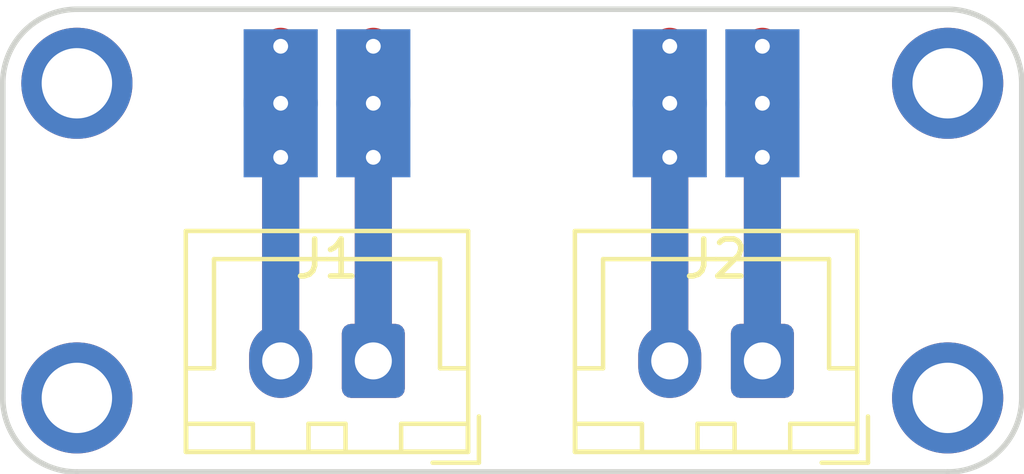
<source format=kicad_pcb>
(kicad_pcb (version 20171130) (host pcbnew 5.0.2+dfsg1-1)

  (general
    (thickness 1.6)
    (drawings 8)
    (tracks 24)
    (zones 0)
    (modules 10)
    (nets 5)
  )

  (page A4)
  (layers
    (0 F.Cu signal)
    (31 B.Cu signal)
    (32 B.Adhes user)
    (33 F.Adhes user)
    (34 B.Paste user)
    (35 F.Paste user)
    (36 B.SilkS user)
    (37 F.SilkS user)
    (38 B.Mask user)
    (39 F.Mask user)
    (40 Dwgs.User user)
    (41 Cmts.User user)
    (42 Eco1.User user)
    (43 Eco2.User user)
    (44 Edge.Cuts user)
    (45 Margin user)
    (46 B.CrtYd user)
    (47 F.CrtYd user)
    (48 B.Fab user)
    (49 F.Fab user)
  )

  (setup
    (last_trace_width 1)
    (trace_clearance 0.2)
    (zone_clearance 0.508)
    (zone_45_only no)
    (trace_min 0.2)
    (segment_width 0.2)
    (edge_width 0.15)
    (via_size 0.8)
    (via_drill 0.4)
    (via_min_size 0.4)
    (via_min_drill 0.3)
    (uvia_size 0.3)
    (uvia_drill 0.1)
    (uvias_allowed no)
    (uvia_min_size 0.2)
    (uvia_min_drill 0.1)
    (pcb_text_width 0.3)
    (pcb_text_size 1.5 1.5)
    (mod_edge_width 0.15)
    (mod_text_size 1 1)
    (mod_text_width 0.15)
    (pad_size 1.524 1.524)
    (pad_drill 0.762)
    (pad_to_mask_clearance 0.051)
    (solder_mask_min_width 0.25)
    (aux_axis_origin 0 0)
    (visible_elements FFFFFF7F)
    (pcbplotparams
      (layerselection 0x010fc_ffffffff)
      (usegerberextensions false)
      (usegerberattributes false)
      (usegerberadvancedattributes false)
      (creategerberjobfile false)
      (excludeedgelayer true)
      (linewidth 0.100000)
      (plotframeref false)
      (viasonmask false)
      (mode 1)
      (useauxorigin false)
      (hpglpennumber 1)
      (hpglpenspeed 20)
      (hpglpendiameter 15.000000)
      (psnegative false)
      (psa4output false)
      (plotreference true)
      (plotvalue true)
      (plotinvisibletext false)
      (padsonsilk false)
      (subtractmaskfromsilk false)
      (outputformat 1)
      (mirror false)
      (drillshape 1)
      (scaleselection 1)
      (outputdirectory ""))
  )

  (net 0 "")
  (net 1 "Net-(J1-Pad1)")
  (net 2 "Net-(J1-Pad2)")
  (net 3 "Net-(J2-Pad2)")
  (net 4 "Net-(J2-Pad1)")

  (net_class Default "This is the default net class."
    (clearance 0.2)
    (trace_width 1)
    (via_dia 0.8)
    (via_drill 0.4)
    (uvia_dia 0.3)
    (uvia_drill 0.1)
    (add_net "Net-(J1-Pad1)")
    (add_net "Net-(J1-Pad2)")
    (add_net "Net-(J2-Pad1)")
    (add_net "Net-(J2-Pad2)")
  )

  (module custom-footprints:solder-pad (layer B.Cu) (tedit 62491E64) (tstamp 62497D34)
    (at 145.5 54.5)
    (path /62491EB5)
    (fp_text reference J3 (at 0 -0.5) (layer B.SilkS) hide
      (effects (font (size 1 1) (thickness 0.15)) (justify mirror))
    )
    (fp_text value Conn_01x01_Female (at 0 0.5) (layer B.Fab) hide
      (effects (font (size 1 1) (thickness 0.15)) (justify mirror))
    )
    (pad 1 smd rect (at 0 2.54) (size 2 4) (layers B.Cu B.Paste B.Mask)
      (net 2 "Net-(J1-Pad2)"))
  )

  (module custom-footprints:solder-pad (layer B.Cu) (tedit 62491E67) (tstamp 62497D39)
    (at 148 54.5)
    (path /62491F1B)
    (fp_text reference J4 (at 0 -0.5) (layer B.SilkS) hide
      (effects (font (size 1 1) (thickness 0.15)) (justify mirror))
    )
    (fp_text value Conn_01x01_Female (at 0 0.5) (layer B.Fab) hide
      (effects (font (size 1 1) (thickness 0.15)) (justify mirror))
    )
    (pad 1 smd rect (at 0 2.54) (size 2 4) (layers B.Cu B.Paste B.Mask)
      (net 1 "Net-(J1-Pad1)"))
  )

  (module custom-footprints:solder-pad (layer B.Cu) (tedit 62491E6C) (tstamp 62497D3E)
    (at 156 54.5)
    (path /62491F35)
    (fp_text reference J5 (at 0 -0.5) (layer B.SilkS) hide
      (effects (font (size 1 1) (thickness 0.15)) (justify mirror))
    )
    (fp_text value Conn_01x01_Female (at 0 0.5) (layer B.Fab) hide
      (effects (font (size 1 1) (thickness 0.15)) (justify mirror))
    )
    (pad 1 smd rect (at 0 2.54) (size 2 4) (layers B.Cu B.Paste B.Mask)
      (net 3 "Net-(J2-Pad2)"))
  )

  (module custom-footprints:solder-pad (layer B.Cu) (tedit 62491E6F) (tstamp 62497D43)
    (at 158.5 54.5)
    (path /62491F5B)
    (fp_text reference J6 (at 0 -0.5) (layer B.SilkS) hide
      (effects (font (size 1 1) (thickness 0.15)) (justify mirror))
    )
    (fp_text value Conn_01x01_Female (at 0 0.5) (layer B.Fab) hide
      (effects (font (size 1 1) (thickness 0.15)) (justify mirror))
    )
    (pad 1 smd rect (at 0 2.54) (size 2 4) (layers B.Cu B.Paste B.Mask)
      (net 4 "Net-(J2-Pad1)"))
  )

  (module custom-footprints:M3-thread-insert (layer F.Cu) (tedit 62491E87) (tstamp 62497E39)
    (at 139.365 65)
    (fp_text reference REF** (at 0 0.5) (layer F.SilkS) hide
      (effects (font (size 1 1) (thickness 0.15)))
    )
    (fp_text value M3-thread-insert (at 0 -0.5) (layer F.Fab) hide
      (effects (font (size 1 1) (thickness 0.15)))
    )
    (pad 1 thru_hole circle (at 0.635 0) (size 3 3) (drill 1.9) (layers *.Cu *.Mask))
  )

  (module custom-footprints:M3-thread-insert (layer F.Cu) (tedit 62491E83) (tstamp 62497EFF)
    (at 162.865 65)
    (fp_text reference REF** (at 0 0.5) (layer F.SilkS) hide
      (effects (font (size 1 1) (thickness 0.15)))
    )
    (fp_text value M3-thread-insert (at 0 -0.5) (layer F.Fab) hide
      (effects (font (size 1 1) (thickness 0.15)))
    )
    (pad 1 thru_hole circle (at 0.635 0) (size 3 3) (drill 1.9) (layers *.Cu *.Mask))
  )

  (module Connector_JST:JST_XH_B02B-XH-A_1x02_P2.50mm_Vertical (layer F.Cu) (tedit 62491E76) (tstamp 6249D817)
    (at 148 64 180)
    (descr "JST XH series connector, B02B-XH-A (http://www.jst-mfg.com/product/pdf/eng/eXH.pdf), generated with kicad-footprint-generator")
    (tags "connector JST XH side entry")
    (path /62491D24)
    (fp_text reference J1 (at 1.25 2.75 180) (layer F.SilkS)
      (effects (font (size 1 1) (thickness 0.15)))
    )
    (fp_text value Conn_01x02_Female (at 1.25 4.6 180) (layer F.Fab) hide
      (effects (font (size 1 1) (thickness 0.15)))
    )
    (fp_line (start -2.45 -2.35) (end -2.45 3.4) (layer F.Fab) (width 0.1))
    (fp_line (start -2.45 3.4) (end 4.95 3.4) (layer F.Fab) (width 0.1))
    (fp_line (start 4.95 3.4) (end 4.95 -2.35) (layer F.Fab) (width 0.1))
    (fp_line (start 4.95 -2.35) (end -2.45 -2.35) (layer F.Fab) (width 0.1))
    (fp_line (start -2.56 -2.46) (end -2.56 3.51) (layer F.SilkS) (width 0.12))
    (fp_line (start -2.56 3.51) (end 5.06 3.51) (layer F.SilkS) (width 0.12))
    (fp_line (start 5.06 3.51) (end 5.06 -2.46) (layer F.SilkS) (width 0.12))
    (fp_line (start 5.06 -2.46) (end -2.56 -2.46) (layer F.SilkS) (width 0.12))
    (fp_line (start -2.95 -2.85) (end -2.95 3.9) (layer F.CrtYd) (width 0.05))
    (fp_line (start -2.95 3.9) (end 5.45 3.9) (layer F.CrtYd) (width 0.05))
    (fp_line (start 5.45 3.9) (end 5.45 -2.85) (layer F.CrtYd) (width 0.05))
    (fp_line (start 5.45 -2.85) (end -2.95 -2.85) (layer F.CrtYd) (width 0.05))
    (fp_line (start -0.625 -2.35) (end 0 -1.35) (layer F.Fab) (width 0.1))
    (fp_line (start 0 -1.35) (end 0.625 -2.35) (layer F.Fab) (width 0.1))
    (fp_line (start 0.75 -2.45) (end 0.75 -1.7) (layer F.SilkS) (width 0.12))
    (fp_line (start 0.75 -1.7) (end 1.75 -1.7) (layer F.SilkS) (width 0.12))
    (fp_line (start 1.75 -1.7) (end 1.75 -2.45) (layer F.SilkS) (width 0.12))
    (fp_line (start 1.75 -2.45) (end 0.75 -2.45) (layer F.SilkS) (width 0.12))
    (fp_line (start -2.55 -2.45) (end -2.55 -1.7) (layer F.SilkS) (width 0.12))
    (fp_line (start -2.55 -1.7) (end -0.75 -1.7) (layer F.SilkS) (width 0.12))
    (fp_line (start -0.75 -1.7) (end -0.75 -2.45) (layer F.SilkS) (width 0.12))
    (fp_line (start -0.75 -2.45) (end -2.55 -2.45) (layer F.SilkS) (width 0.12))
    (fp_line (start 3.25 -2.45) (end 3.25 -1.7) (layer F.SilkS) (width 0.12))
    (fp_line (start 3.25 -1.7) (end 5.05 -1.7) (layer F.SilkS) (width 0.12))
    (fp_line (start 5.05 -1.7) (end 5.05 -2.45) (layer F.SilkS) (width 0.12))
    (fp_line (start 5.05 -2.45) (end 3.25 -2.45) (layer F.SilkS) (width 0.12))
    (fp_line (start -2.55 -0.2) (end -1.8 -0.2) (layer F.SilkS) (width 0.12))
    (fp_line (start -1.8 -0.2) (end -1.8 2.75) (layer F.SilkS) (width 0.12))
    (fp_line (start -1.8 2.75) (end 1.25 2.75) (layer F.SilkS) (width 0.12))
    (fp_line (start 5.05 -0.2) (end 4.3 -0.2) (layer F.SilkS) (width 0.12))
    (fp_line (start 4.3 -0.2) (end 4.3 2.75) (layer F.SilkS) (width 0.12))
    (fp_line (start 4.3 2.75) (end 1.25 2.75) (layer F.SilkS) (width 0.12))
    (fp_line (start -1.6 -2.75) (end -2.85 -2.75) (layer F.SilkS) (width 0.12))
    (fp_line (start -2.85 -2.75) (end -2.85 -1.5) (layer F.SilkS) (width 0.12))
    (fp_text user %R (at 1.25 2.7 180) (layer F.Fab)
      (effects (font (size 1 1) (thickness 0.15)))
    )
    (pad 1 thru_hole roundrect (at 0 0 180) (size 1.7 2) (drill 1) (layers *.Cu *.Mask) (roundrect_rratio 0.147059)
      (net 1 "Net-(J1-Pad1)"))
    (pad 2 thru_hole oval (at 2.5 0 180) (size 1.7 2) (drill 1) (layers *.Cu *.Mask)
      (net 2 "Net-(J1-Pad2)"))
    (model ${KISYS3DMOD}/Connector_JST.3dshapes/JST_XH_B02B-XH-A_1x02_P2.50mm_Vertical.wrl
      (at (xyz 0 0 0))
      (scale (xyz 1 1 1))
      (rotate (xyz 0 0 0))
    )
  )

  (module Connector_JST:JST_XH_B02B-XH-A_1x02_P2.50mm_Vertical (layer F.Cu) (tedit 62491E7A) (tstamp 6249D90E)
    (at 158.5 64 180)
    (descr "JST XH series connector, B02B-XH-A (http://www.jst-mfg.com/product/pdf/eng/eXH.pdf), generated with kicad-footprint-generator")
    (tags "connector JST XH side entry")
    (path /62491E04)
    (fp_text reference J2 (at 1.25 2.75 180) (layer F.SilkS)
      (effects (font (size 1 1) (thickness 0.15)))
    )
    (fp_text value Conn_01x02_Female (at 1.25 4.6 180) (layer F.Fab) hide
      (effects (font (size 1 1) (thickness 0.15)))
    )
    (fp_line (start -2.45 -2.35) (end -2.45 3.4) (layer F.Fab) (width 0.1))
    (fp_line (start -2.45 3.4) (end 4.95 3.4) (layer F.Fab) (width 0.1))
    (fp_line (start 4.95 3.4) (end 4.95 -2.35) (layer F.Fab) (width 0.1))
    (fp_line (start 4.95 -2.35) (end -2.45 -2.35) (layer F.Fab) (width 0.1))
    (fp_line (start -2.56 -2.46) (end -2.56 3.51) (layer F.SilkS) (width 0.12))
    (fp_line (start -2.56 3.51) (end 5.06 3.51) (layer F.SilkS) (width 0.12))
    (fp_line (start 5.06 3.51) (end 5.06 -2.46) (layer F.SilkS) (width 0.12))
    (fp_line (start 5.06 -2.46) (end -2.56 -2.46) (layer F.SilkS) (width 0.12))
    (fp_line (start -2.95 -2.85) (end -2.95 3.9) (layer F.CrtYd) (width 0.05))
    (fp_line (start -2.95 3.9) (end 5.45 3.9) (layer F.CrtYd) (width 0.05))
    (fp_line (start 5.45 3.9) (end 5.45 -2.85) (layer F.CrtYd) (width 0.05))
    (fp_line (start 5.45 -2.85) (end -2.95 -2.85) (layer F.CrtYd) (width 0.05))
    (fp_line (start -0.625 -2.35) (end 0 -1.35) (layer F.Fab) (width 0.1))
    (fp_line (start 0 -1.35) (end 0.625 -2.35) (layer F.Fab) (width 0.1))
    (fp_line (start 0.75 -2.45) (end 0.75 -1.7) (layer F.SilkS) (width 0.12))
    (fp_line (start 0.75 -1.7) (end 1.75 -1.7) (layer F.SilkS) (width 0.12))
    (fp_line (start 1.75 -1.7) (end 1.75 -2.45) (layer F.SilkS) (width 0.12))
    (fp_line (start 1.75 -2.45) (end 0.75 -2.45) (layer F.SilkS) (width 0.12))
    (fp_line (start -2.55 -2.45) (end -2.55 -1.7) (layer F.SilkS) (width 0.12))
    (fp_line (start -2.55 -1.7) (end -0.75 -1.7) (layer F.SilkS) (width 0.12))
    (fp_line (start -0.75 -1.7) (end -0.75 -2.45) (layer F.SilkS) (width 0.12))
    (fp_line (start -0.75 -2.45) (end -2.55 -2.45) (layer F.SilkS) (width 0.12))
    (fp_line (start 3.25 -2.45) (end 3.25 -1.7) (layer F.SilkS) (width 0.12))
    (fp_line (start 3.25 -1.7) (end 5.05 -1.7) (layer F.SilkS) (width 0.12))
    (fp_line (start 5.05 -1.7) (end 5.05 -2.45) (layer F.SilkS) (width 0.12))
    (fp_line (start 5.05 -2.45) (end 3.25 -2.45) (layer F.SilkS) (width 0.12))
    (fp_line (start -2.55 -0.2) (end -1.8 -0.2) (layer F.SilkS) (width 0.12))
    (fp_line (start -1.8 -0.2) (end -1.8 2.75) (layer F.SilkS) (width 0.12))
    (fp_line (start -1.8 2.75) (end 1.25 2.75) (layer F.SilkS) (width 0.12))
    (fp_line (start 5.05 -0.2) (end 4.3 -0.2) (layer F.SilkS) (width 0.12))
    (fp_line (start 4.3 -0.2) (end 4.3 2.75) (layer F.SilkS) (width 0.12))
    (fp_line (start 4.3 2.75) (end 1.25 2.75) (layer F.SilkS) (width 0.12))
    (fp_line (start -1.6 -2.75) (end -2.85 -2.75) (layer F.SilkS) (width 0.12))
    (fp_line (start -2.85 -2.75) (end -2.85 -1.5) (layer F.SilkS) (width 0.12))
    (fp_text user %R (at 1.25 2.7 180) (layer F.Fab)
      (effects (font (size 1 1) (thickness 0.15)))
    )
    (pad 1 thru_hole roundrect (at 0 0 180) (size 1.7 2) (drill 1) (layers *.Cu *.Mask) (roundrect_rratio 0.147059)
      (net 4 "Net-(J2-Pad1)"))
    (pad 2 thru_hole oval (at 2.5 0 180) (size 1.7 2) (drill 1) (layers *.Cu *.Mask)
      (net 3 "Net-(J2-Pad2)"))
    (model ${KISYS3DMOD}/Connector_JST.3dshapes/JST_XH_B02B-XH-A_1x02_P2.50mm_Vertical.wrl
      (at (xyz 0 0 0))
      (scale (xyz 1 1 1))
      (rotate (xyz 0 0 0))
    )
  )

  (module custom-footprints:M3-thread-insert (layer F.Cu) (tedit 62491EAF) (tstamp 6249DBE3)
    (at 139.365 56.5)
    (fp_text reference REF** (at 0 0.5) (layer F.SilkS) hide
      (effects (font (size 1 1) (thickness 0.15)))
    )
    (fp_text value M3-thread-insert (at 0 -0.5) (layer F.Fab) hide
      (effects (font (size 1 1) (thickness 0.15)))
    )
    (pad 1 thru_hole circle (at 0.635 0) (size 3 3) (drill 1.9) (layers *.Cu *.Mask))
  )

  (module custom-footprints:M3-thread-insert (layer F.Cu) (tedit 62491EB5) (tstamp 6249DBEC)
    (at 162.865 56.5)
    (fp_text reference REF** (at 0 0.5) (layer F.SilkS) hide
      (effects (font (size 1 1) (thickness 0.15)))
    )
    (fp_text value M3-thread-insert (at 0 -0.5) (layer F.Fab) hide
      (effects (font (size 1 1) (thickness 0.15)))
    )
    (pad 1 thru_hole circle (at 0.635 0) (size 3 3) (drill 1.9) (layers *.Cu *.Mask))
  )

  (gr_line (start 140 54.5) (end 163.5 54.5) (layer Edge.Cuts) (width 0.15))
  (gr_line (start 165.5 65) (end 165.5 56.5) (layer Edge.Cuts) (width 0.15))
  (gr_line (start 140 67) (end 163.5 67) (layer Edge.Cuts) (width 0.15))
  (gr_line (start 138 56.5) (end 138 65) (layer Edge.Cuts) (width 0.15))
  (gr_arc (start 163.5 56.5) (end 165.5 56.5) (angle -90) (layer Edge.Cuts) (width 0.15))
  (gr_arc (start 163.5 65) (end 163.5 67) (angle -90) (layer Edge.Cuts) (width 0.15))
  (gr_arc (start 140 65) (end 138 65) (angle -90) (layer Edge.Cuts) (width 0.15))
  (gr_arc (start 140 56.5) (end 140 54.5) (angle -90) (layer Edge.Cuts) (width 0.15))

  (via (at 158.5 55.5) (size 0.8) (drill 0.4) (layers F.Cu B.Cu) (net 4))
  (via (at 156 55.5) (size 0.8) (drill 0.4) (layers F.Cu B.Cu) (net 3))
  (via (at 145.5 55.5) (size 0.8) (drill 0.4) (layers F.Cu B.Cu) (net 2))
  (via (at 148 55.5) (size 0.8) (drill 0.4) (layers F.Cu B.Cu) (net 1))
  (segment (start 148 57.04) (end 148 57.04) (width 2) (layer B.Cu) (net 1))
  (via (at 148 57.04) (size 0.8) (drill 0.4) (layers F.Cu B.Cu) (net 1))
  (via (at 148 58.5) (size 0.8) (drill 0.4) (layers F.Cu B.Cu) (net 1))
  (segment (start 148 57.04) (end 148 64) (width 1) (layer B.Cu) (net 1))
  (segment (start 148 55.5) (end 148 64) (width 1) (layer F.Cu) (net 1))
  (segment (start 145.5 57.04) (end 145.5 57.04) (width 2) (layer B.Cu) (net 2))
  (via (at 145.5 57.04) (size 0.8) (drill 0.4) (layers F.Cu B.Cu) (net 2))
  (via (at 145.5 58.5) (size 0.8) (drill 0.4) (layers F.Cu B.Cu) (net 2))
  (segment (start 145.5 57.04) (end 145.5 64) (width 1) (layer B.Cu) (net 2))
  (segment (start 145.5 55.5) (end 145.5 64) (width 1) (layer F.Cu) (net 2))
  (segment (start 156 57.04) (end 156 57.04) (width 2) (layer B.Cu) (net 3))
  (via (at 156 57.04) (size 0.8) (drill 0.4) (layers F.Cu B.Cu) (net 3))
  (via (at 156 58.5) (size 0.8) (drill 0.4) (layers F.Cu B.Cu) (net 3))
  (segment (start 156 57.04) (end 156 64) (width 1) (layer B.Cu) (net 3))
  (segment (start 156 55.5) (end 156 64) (width 1) (layer F.Cu) (net 3))
  (segment (start 158.5 57.04) (end 158.5 57.04) (width 2) (layer B.Cu) (net 4))
  (via (at 158.5 57.04) (size 0.8) (drill 0.4) (layers F.Cu B.Cu) (net 4))
  (via (at 158.5 58.5) (size 0.8) (drill 0.4) (layers F.Cu B.Cu) (net 4))
  (segment (start 158.5 57.04) (end 158.5 64) (width 1) (layer B.Cu) (net 4))
  (segment (start 158.5 55.5) (end 158.5 64) (width 1) (layer F.Cu) (net 4))

)

</source>
